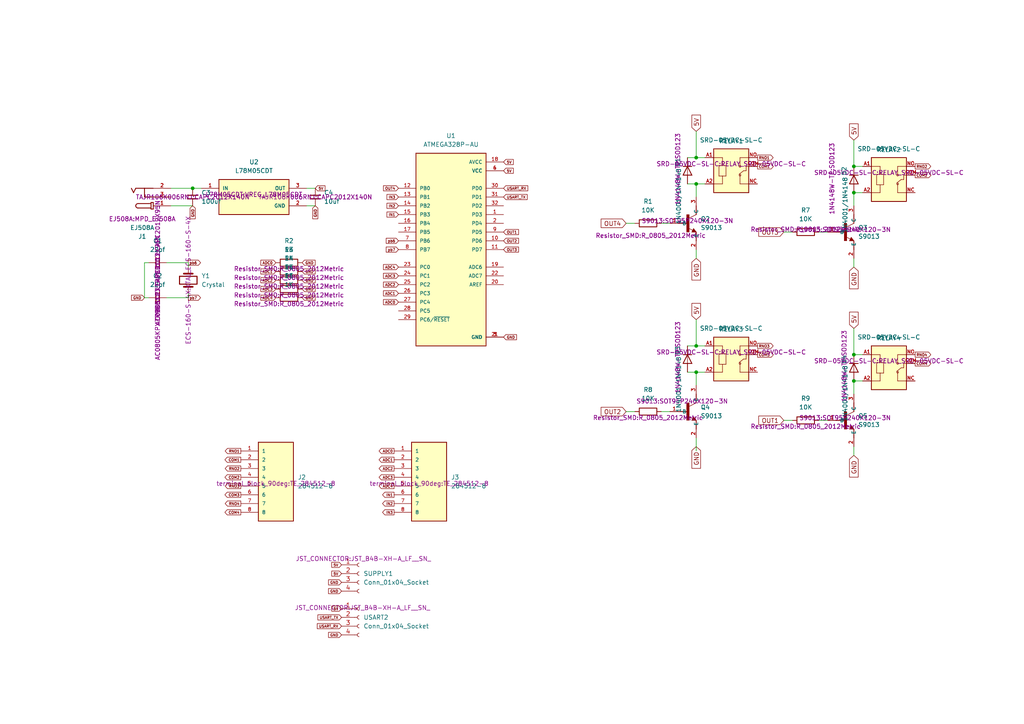
<source format=kicad_sch>
(kicad_sch (version 20250114) (generator "eeschema") (generator_version "9.0")
  (paper "A4")
  (lib_symbols
    (symbol "284512-8:284512-8" (pin_names (offset 1.016))
      (property "Reference" "J" (at -5.58 12.7 0))
      (property "Value" "284512-8" (at -5.08 -12.7 0))
      (symbol "284512-8_0_0"
        (rectangle (start -5.08 -10.16) (end 5.08 12.7) (stroke (width 0.254)) (fill (type background)))
        (pin passive line (at -10.16 10.16 0) (length 5.08) (name "1") (number "1"))
        (pin passive line (at -10.16 7.62 0) (length 5.08) (name "2") (number "2"))
        (pin passive line (at -10.16 5.08 0) (length 5.08) (name "3") (number "3"))
        (pin passive line (at -10.16 2.54 0) (length 5.08) (name "4") (number "4"))
        (pin passive line (at -10.16 0 0) (length 5.08) (name "5") (number "5"))
        (pin passive line (at -10.16 -2.54 0) (length 5.08) (name "6") (number "6"))
        (pin passive line (at -10.16 -5.08 0) (length 5.08) (name "7") (number "7"))
        (pin passive line (at -10.16 -7.62 0) (length 5.08) (name "8") (number "8"))
      )
    )
    (symbol "ATMEGA328P-AU:ATMEGA328P-AU" (pin_names (offset 1.016))
      (property "Reference" "U" (at -10.1755 29.2546 0))
      (property "Value" "ATMEGA328P-AU" (at -10.1669 -31.7714 0))
      (symbol "ATMEGA328P-AU_0_0"
        (rectangle (start -10.16 -27.94) (end 10.16 27.94) (stroke (width 0.254)) (fill (type background)))
        (pin bidirectional line (at -15.24 17.78 0) (length 5.08) (name "PB0") (number "12"))
        (pin bidirectional line (at -15.24 15.24 0) (length 5.08) (name "PB1") (number "13"))
        (pin bidirectional line (at -15.24 12.7 0) (length 5.08) (name "PB2") (number "14"))
        (pin bidirectional line (at -15.24 10.16 0) (length 5.08) (name "PB3") (number "15"))
        (pin bidirectional line (at -15.24 7.62 0) (length 5.08) (name "PB4") (number "16"))
        (pin bidirectional line (at -15.24 5.08 0) (length 5.08) (name "PB5") (number "17"))
        (pin bidirectional line (at -15.24 2.54 0) (length 5.08) (name "PB6") (number "7"))
        (pin bidirectional line (at -15.24 0 0) (length 5.08) (name "PB7") (number "8"))
        (pin bidirectional line (at -15.24 -5.08 0) (length 5.08) (name "PC0") (number "23"))
        (pin bidirectional line (at -15.24 -7.62 0) (length 5.08) (name "PC1") (number "24"))
        (pin bidirectional line (at -15.24 -10.16 0) (length 5.08) (name "PC2") (number "25"))
        (pin bidirectional line (at -15.24 -12.7 0) (length 5.08) (name "PC3") (number "26"))
        (pin bidirectional line (at -15.24 -15.24 0) (length 5.08) (name "PC4") (number "27"))
        (pin bidirectional line (at -15.24 -17.78 0) (length 5.08) (name "PC5") (number "28"))
        (pin bidirectional line (at -15.24 -20.32 0) (length 5.08) (name "PC6/~{RESET}") (number "29"))
        (pin power_in line (at 15.24 25.4 180) (length 5.08) (name "AVCC") (number "18"))
        (pin power_in line (at 15.24 22.86 180) (length 5.08) (name "VCC") (number "4"))
        (pin power_in line (at 15.24 22.86 180) (length 5.08) (name "VCC") (number "6"))
        (pin bidirectional line (at 15.24 17.78 180) (length 5.08) (name "PD0") (number "30"))
        (pin bidirectional line (at 15.24 15.24 180) (length 5.08) (name "PD1") (number "31"))
        (pin bidirectional line (at 15.24 12.7 180) (length 5.08) (name "PD2") (number "32"))
        (pin bidirectional line (at 15.24 10.16 180) (length 5.08) (name "PD3") (number "1"))
        (pin bidirectional line (at 15.24 7.62 180) (length 5.08) (name "PD4") (number "2"))
        (pin bidirectional line (at 15.24 5.08 180) (length 5.08) (name "PD5") (number "9"))
        (pin bidirectional line (at 15.24 2.54 180) (length 5.08) (name "PD6") (number "10"))
        (pin bidirectional line (at 15.24 0 180) (length 5.08) (name "PD7") (number "11"))
        (pin bidirectional line (at 15.24 -5.08 180) (length 5.08) (name "ADC6") (number "19"))
        (pin bidirectional line (at 15.24 -7.62 180) (length 5.08) (name "ADC7") (number "22"))
        (pin input line (at 15.24 -10.16 180) (length 5.08) (name "AREF") (number "20"))
        (pin power_in line (at 15.24 -25.4 180) (length 5.08) (name "GND") (number "21"))
        (pin power_in line (at 15.24 -25.4 180) (length 5.08) (name "GND") (number "3"))
        (pin power_in line (at 15.24 -25.4 180) (length 5.08) (name "GND") (number "5"))
      )
    )
    (symbol "Connector:Conn_01x04_Socket" (pin_names (offset 1.016) (hide yes))
      (property "Reference" "J" (at 0 5.08 0))
      (property "Value" "Conn_01x04_Socket" (at 0 -7.62 0))
      (symbol "Conn_01x04_Socket_1_1"
        (polyline (pts (xy -1.27 2.54) (xy -0.508 2.54)) (stroke (width 0.1524)))
        (polyline (pts (xy -1.27 0) (xy -0.508 0)) (stroke (width 0.1524)))
        (polyline (pts (xy -1.27 -2.54) (xy -0.508 -2.54)) (stroke (width 0.1524)))
        (polyline (pts (xy -1.27 -5.08) (xy -0.508 -5.08)) (stroke (width 0.1524)))
        (arc (start 0 2.032) (mid -0.5058 2.54) (end 0 3.048) (stroke (width 0.1524)))
        (arc (start 0 -0.508) (mid -0.5058 0) (end 0 0.508) (stroke (width 0.1524)))
        (arc (start 0 -3.048) (mid -0.5058 -2.54) (end 0 -2.032) (stroke (width 0.1524)))
        (arc (start 0 -5.588) (mid -0.5058 -5.08) (end 0 -4.572) (stroke (width 0.1524)))
        (pin passive line (at -5.08 2.54 0) (length 3.81) (name "Pin_1") (number "1"))
        (pin passive line (at -5.08 0 0) (length 3.81) (name "Pin_2") (number "2"))
        (pin passive line (at -5.08 -2.54 0) (length 3.81) (name "Pin_3") (number "3"))
        (pin passive line (at -5.08 -5.08 0) (length 3.81) (name "Pin_4") (number "4"))
      )
    )
    (symbol "Device:C_Small" (pin_numbers (hide yes)) (pin_names (offset 0.254) (hide yes))
      (property "Reference" "C" (at 0.254 1.778 0))
      (property "Value" "C_Small" (at 0.254 -2.032 0))
      (symbol "C_Small_0_1"
        (polyline (pts (xy -1.524 0.508) (xy 1.524 0.508)) (stroke (width 0.3048)))
        (polyline (pts (xy -1.524 -0.508) (xy 1.524 -0.508)) (stroke (width 0.3302)))
      )
      (symbol "C_Small_1_1"
        (pin passive line (at 0 2.54 270) (length 2.032) (name "~") (number "1"))
        (pin passive line (at 0 -2.54 90) (length 2.032) (name "~") (number "2"))
      )
    )
    (symbol "Device:Crystal" (pin_numbers (hide yes)) (pin_names (offset 1.016) (hide yes))
      (property "Reference" "Y" (at 0 3.81 0))
      (property "Value" "Crystal" (at 0 -3.81 0))
      (symbol "Crystal_0_1"
        (polyline (pts (xy -2.54 0) (xy -1.905 0)))
        (polyline (pts (xy -1.905 -1.27) (xy -1.905 1.27)) (stroke (width 0.508)))
        (rectangle (start -1.143 2.54) (end 1.143 -2.54) (stroke (width 0.3048)))
        (polyline (pts (xy 1.905 -1.27) (xy 1.905 1.27)) (stroke (width 0.508)))
        (polyline (pts (xy 2.54 0) (xy 1.905 0)))
      )
      (symbol "Crystal_1_1"
        (pin passive line (at -3.81 0 0) (length 1.27) (name "1") (number "1"))
        (pin passive line (at 3.81 0 180) (length 1.27) (name "2") (number "2"))
      )
    )
    (symbol "Device:R" (pin_numbers (hide yes)) (pin_names (offset 0))
      (property "Reference" "R" (at 2.032 0 90))
      (property "Value" "R" (at 0 0 90))
      (symbol "R_0_1"
        (rectangle (start -1.016 -2.54) (end 1.016 2.54) (stroke (width 0.254)))
      )
      (symbol "R_1_1"
        (pin passive line (at 0 3.81 270) (length 1.27) (name "~") (number "1"))
        (pin passive line (at 0 -3.81 90) (length 1.27) (name "~") (number "2"))
      )
    )
    (symbol "Diode:1N4001" (pin_numbers (hide yes)) (pin_names (hide yes))
      (property "Reference" "D" (at 0 2.54 0))
      (property "Value" "1N4001" (at 0 -2.54 0))
      (symbol "1N4001_0_1"
        (polyline (pts (xy -1.27 1.27) (xy -1.27 -1.27)) (stroke (width 0.254)))
        (polyline (pts (xy 1.27 1.27) (xy 1.27 -1.27) (xy -1.27 0) (xy 1.27 1.27)) (stroke (width 0.254)))
        (polyline (pts (xy 1.27 0) (xy -1.27 0)))
      )
      (symbol "1N4001_1_1"
        (pin passive line (at -3.81 0 0) (length 2.54) (name "K") (number "1"))
        (pin passive line (at 3.81 0 180) (length 2.54) (name "A") (number "2"))
      )
    )
    (symbol "EJ508A:EJ508A" (pin_names (offset 1.016))
      (property "Reference" "J" (at -5.08 5.08 0))
      (property "Value" "EJ508A" (at -5.08 -7.62 0))
      (symbol "EJ508A_0_0"
        (polyline (pts (xy -5.715 -1.27) (xy -6.35 -2.54)) (stroke (width 0.254)))
        (polyline (pts (xy -5.08 -2.54) (xy -5.715 -1.27)) (stroke (width 0.254)))
        (arc (start -5.08 2.54) (mid -4.894 2.989) (end -4.445 3.175) (stroke (width 0.254)))
        (arc (start -4.445 1.905) (mid -4.894 2.091) (end -5.08 2.54) (stroke (width 0.254)))
        (polyline (pts (xy -4.445 1.905) (xy -0.635 1.905)) (stroke (width 0.254)))
        (polyline (pts (xy -2.54 0) (xy -2.54 -2.54)) (stroke (width 0.254)))
        (polyline (pts (xy -2.54 -2.54) (xy -5.08 -2.54)) (stroke (width 0.254)))
        (polyline (pts (xy -0.635 3.4925) (xy 0 3.4925)) (stroke (width 0.254)))
        (polyline (pts (xy -0.635 3.175) (xy -4.445 3.175)) (stroke (width 0.254)))
        (polyline (pts (xy -0.635 3.175) (xy -0.635 3.4925)) (stroke (width 0.254)))
        (polyline (pts (xy -0.635 1.905) (xy -0.635 3.175)) (stroke (width 0.254)))
        (polyline (pts (xy -0.635 1.5875) (xy -0.635 1.905)) (stroke (width 0.254)))
        (polyline (pts (xy 0 3.4925) (xy 0 1.5875)) (stroke (width 0.254)))
        (polyline (pts (xy 0 1.5875) (xy -0.635 1.5875)) (stroke (width 0.254)))
        (polyline (pts (xy 0 0) (xy -2.54 0)) (stroke (width 0.254)))
        (polyline (pts (xy 0 -2.54) (xy -2.54 -2.54)) (stroke (width 0.254)))
        (pin passive line (at 5.08 2.54 180) (length 5.08) (name "~") (number "1"))
        (pin passive line (at 5.08 0 180) (length 5.08) (name "~") (number "3"))
        (pin passive line (at 5.08 -2.54 180) (length 5.08) (name "~") (number "2"))
      )
    )
    (symbol "L78M05CDT:L78M05CDT" (pin_names (offset 1.016))
      (property "Reference" "U" (at -10.16 6.35 0))
      (property "Value" "L78M05CDT" (at -10.16 -6.35 0))
      (symbol "L78M05CDT_0_0"
        (rectangle (start -10.16 -5.08) (end 10.16 5.08) (stroke (width 0.254)) (fill (type background)))
        (pin input line (at -15.24 2.54 0) (length 5.08) (name "IN") (number "1"))
        (pin output line (at 15.24 2.54 180) (length 5.08) (name "OUT") (number "3"))
        (pin power_in line (at 15.24 -2.54 180) (length 5.08) (name "GND") (number "2"))
      )
    )
    (symbol "S9013:S9013" (pin_names (offset 1.016))
      (property "Reference" "Q" (at 5.0809 0 0))
      (property "Value" "S9013" (at 5.0823 -2.5411 0))
      (symbol "S9013_0_0"
        (polyline (pts (xy -2.54 0) (xy 0 0)) (stroke (width 0.254)))
        (rectangle (start -0.2542 -2.5416) (end 0.508 2.54) (stroke (width 0.1)) (fill (type outline)))
        (polyline (pts (xy 1.27 -2.54) (xy 1.778 -1.524)) (stroke (width 0.1524)))
        (polyline (pts (xy 1.524 -2.286) (xy 1.905 -2.286)) (stroke (width 0.254)))
        (polyline (pts (xy 1.524 -2.413) (xy 2.286 -2.413)) (stroke (width 0.254)))
        (polyline (pts (xy 1.54 -2.04) (xy 0.308 -1.424)) (stroke (width 0.1524)))
        (polyline (pts (xy 1.778 -1.524) (xy 2.54 -2.54)) (stroke (width 0.1524)))
        (polyline (pts (xy 1.778 -1.778) (xy 1.524 -2.286)) (stroke (width 0.254)))
        (polyline (pts (xy 1.905 -2.286) (xy 1.778 -2.032)) (stroke (width 0.254)))
        (polyline (pts (xy 2.286 -2.413) (xy 1.778 -1.778)) (stroke (width 0.254)))
        (polyline (pts (xy 2.54 5.08) (xy 2.54 2.54)) (stroke (width 0.254)))
        (polyline (pts (xy 2.54 2.54) (xy 0.508 1.524)) (stroke (width 0.1524)))
        (polyline (pts (xy 2.54 -2.54) (xy 1.27 -2.54)) (stroke (width 0.1524)))
        (polyline (pts (xy 2.54 -2.54) (xy 2.54 -5.08)) (stroke (width 0.254)))
        (pin passive line (at -5.08 0 0) (length 2.54) (name "B") (number "1"))
        (pin passive line (at 2.54 7.62 270) (length 2.54) (name "C") (number "3"))
        (pin passive line (at 2.54 -7.62 90) (length 2.54) (name "E") (number "2"))
      )
    )
    (symbol "SRD-05VDC-SL-C:SRD-05VDC-SL-C" (pin_names (offset 1.016))
      (property "Reference" "K" (at -5.0809 5.843 0))
      (property "Value" "SRD-05VDC-SL-C" (at -5.0832 -10.1664 0))
      (symbol "SRD-05VDC-SL-C_0_0"
        (polyline (pts (xy -5.08 2.54) (xy -2.54 2.54)) (stroke (width 0.1524)))
        (rectangle (start -5.08 -7.62) (end 5.08 5.08) (stroke (width 0.254)) (fill (type background)))
        (polyline (pts (xy -3.556 0.254) (xy -3.556 -2.794)) (stroke (width 0.1524)))
        (polyline (pts (xy -3.556 -2.794) (xy -2.54 -2.794)) (stroke (width 0.1524)))
        (polyline (pts (xy -2.54 2.54) (xy -2.54 0.254)) (stroke (width 0.1524)))
        (polyline (pts (xy -2.54 0.254) (xy -3.556 0.254)) (stroke (width 0.1524)))
        (polyline (pts (xy -2.54 -2.794) (xy -2.54 -5.08)) (stroke (width 0.1524)))
        (polyline (pts (xy -2.54 -2.794) (xy -1.524 -2.794)) (stroke (width 0.1524)))
        (polyline (pts (xy -2.54 -5.08) (xy -5.08 -5.08)) (stroke (width 0.1524)))
        (polyline (pts (xy -1.524 0.254) (xy -2.54 0.254)) (stroke (width 0.1524)))
        (polyline (pts (xy -1.524 -2.794) (xy -1.524 0.254)) (stroke (width 0.1524)))
        (polyline (pts (xy 2.54 2.54) (xy 2.54 0)) (stroke (width 0.1524)))
        (circle (center 2.54 0) (radius 0.254) (stroke (width 0.1524)))
        (polyline (pts (xy 2.54 -2.54) (xy 2.54 -5.08)) (stroke (width 0.1524)))
        (circle (center 2.54 -2.54) (radius 0.254) (stroke (width 0.1524)))
        (polyline (pts (xy 2.54 -5.08) (xy 5.08 -5.08)) (stroke (width 0.1524)))
        (polyline (pts (xy 3.556 -1.27) (xy 2.286 -2.286)) (stroke (width 0.1524)))
        (polyline (pts (xy 3.556 -1.27) (xy 4.318 -1.27)) (stroke (width 0.1524)))
        (polyline (pts (xy 4.318 0) (xy 5.08 0)) (stroke (width 0.1524)))
        (polyline (pts (xy 4.318 -1.27) (xy 4.318 0)) (stroke (width 0.1524)))
        (polyline (pts (xy 5.08 2.54) (xy 2.54 2.54)) (stroke (width 0.1524)))
        (pin passive line (at -7.62 2.54 0) (length 2.54) (name "~") (number "A1"))
        (pin passive line (at -7.62 -5.08 0) (length 2.54) (name "~") (number "A2"))
        (pin passive line (at 7.62 2.54 180) (length 2.54) (name "~") (number "NO"))
        (pin passive line (at 7.62 0 180) (length 2.54) (name "~") (number "COM"))
        (pin passive line (at 7.62 -5.08 180) (length 2.54) (name "~") (number "NC"))
      )
    )
  )
  (junction (at 247.65 110.49))
  (junction (at 247.65 102.87))
  (junction (at 201.93 45.72))
  (junction (at 201.93 107.95))
  (junction (at 55.88 54.61))
  (junction (at 201.93 100.33))
  (junction (at 201.93 53.34))
  (junction (at 247.65 55.88))
  (junction (at 247.65 48.26))
  (wire (pts (xy 199.39 100.33) (xy 201.93 100.33)))
  (wire (pts (xy 41.91 76.2) (xy 41.91 86.36)))
  (wire (pts (xy 247.65 110.49) (xy 250.19 110.49)))
  (wire (pts (xy 201.93 45.72) (xy 204.47 45.72)))
  (wire (pts (xy 247.65 129.54) (xy 247.65 132.08)))
  (wire (pts (xy 91.44 59.69) (xy 88.9 59.69)))
  (wire (pts (xy 199.39 45.72) (xy 201.93 45.72)))
  (wire (pts (xy 201.93 127) (xy 201.93 130.81)))
  (wire (pts (xy 49.53 54.61) (xy 55.88 54.61)))
  (wire (pts (xy 191.77 64.77) (xy 194.31 64.77)))
  (wire (pts (xy 247.65 40.64) (xy 247.65 48.26)))
  (wire (pts (xy 181.61 64.77) (xy 184.15 64.77)))
  (wire (pts (xy 41.91 86.36) (xy 43.18 86.36)))
  (wire (pts (xy 91.44 54.61) (xy 88.9 54.61)))
  (wire (pts (xy 201.93 53.34) (xy 201.93 57.15)))
  (wire (pts (xy 247.65 110.49) (xy 247.65 114.3)))
  (wire (pts (xy 54.61 76.2) (xy 54.61 77.47)))
  (wire (pts (xy 199.39 53.34) (xy 201.93 53.34)))
  (wire (pts (xy 227.33 67.31) (xy 229.87 67.31)))
  (wire (pts (xy 247.65 48.26) (xy 250.19 48.26)))
  (wire (pts (xy 48.26 86.36) (xy 54.61 86.36)))
  (wire (pts (xy 55.88 54.61) (xy 58.42 54.61)))
  (wire (pts (xy 43.18 76.2) (xy 41.91 76.2)))
  (wire (pts (xy 194.31 119.38) (xy 191.77 119.38)))
  (wire (pts (xy 247.65 55.88) (xy 247.65 59.69)))
  (wire (pts (xy 201.93 53.34) (xy 204.47 53.34)))
  (wire (pts (xy 48.26 76.2) (xy 54.61 76.2)))
  (wire (pts (xy 201.93 92.71) (xy 201.93 100.33)))
  (wire (pts (xy 201.93 107.95) (xy 201.93 111.76)))
  (wire (pts (xy 201.93 107.95) (xy 204.47 107.95)))
  (wire (pts (xy 201.93 38.1) (xy 201.93 45.72)))
  (wire (pts (xy 227.33 121.92) (xy 229.87 121.92)))
  (wire (pts (xy 247.65 55.88) (xy 250.19 55.88)))
  (wire (pts (xy 247.65 95.25) (xy 247.65 102.87)))
  (wire (pts (xy 49.53 59.69) (xy 55.88 59.69)))
  (wire (pts (xy 201.93 100.33) (xy 204.47 100.33)))
  (wire (pts (xy 54.61 86.36) (xy 54.61 85.09)))
  (wire (pts (xy 237.49 121.92) (xy 240.03 121.92)))
  (wire (pts (xy 237.49 67.31) (xy 240.03 67.31)))
  (wire (pts (xy 247.65 74.93) (xy 247.65 77.47)))
  (wire (pts (xy 247.65 102.87) (xy 250.19 102.87)))
  (wire (pts (xy 201.93 72.39) (xy 201.93 74.93)))
  (wire (pts (xy 181.61 119.38) (xy 184.15 119.38)))
  (wire (pts (xy 199.39 107.95) (xy 201.93 107.95)))
  (global_label "RNO4" (shape output) (at 265.43 102.87 0) (effects (font (size 0.762 0.762))) (property "Intersheetrefs" "${INTERSHEET_REFS}" (effects (hide yes))))
  (global_label "GND" (shape input) (at 87.63 81.28 0) (effects (font (size 0.762 0.762))) (property "Intersheetrefs" "${INTERSHEET_REFS}" (effects (hide yes))))
  (global_label "5V" (shape input) (at 99.06 176.53 180) (effects (font (size 0.762 0.762))) (property "Intersheetrefs" "${INTERSHEET_REFS}" (effects (hide yes))))
  (global_label "5V" (shape input) (at 247.65 95.25 90) (property "Intersheetrefs" "${INTERSHEET_REFS}" (effects (hide yes))))
  (global_label "ADC0" (shape input) (at 115.57 87.63 180) (effects (font (size 0.762 0.762))) (property "Intersheetrefs" "${INTERSHEET_REFS}" (effects (hide yes))))
  (global_label "ADC2" (shape output) (at 114.3 135.89 180) (effects (font (size 0.762 0.762))) (property "Intersheetrefs" "${INTERSHEET_REFS}" (effects (hide yes))))
  (global_label "OUT3" (shape input) (at 146.05 72.39 0) (effects (font (size 0.762 0.762))) (property "Intersheetrefs" "${INTERSHEET_REFS}" (effects (hide yes))))
  (global_label "5V" (shape input) (at 99.06 166.37 180) (effects (font (size 0.762 0.762))) (property "Intersheetrefs" "${INTERSHEET_REFS}" (effects (hide yes))))
  (global_label "RNO3" (shape output) (at 69.85 140.97 180) (effects (font (size 0.762 0.762))) (property "Intersheetrefs" "${INTERSHEET_REFS}" (effects (hide yes))))
  (global_label "OUT1" (shape input) (at 227.33 121.92 180) (property "Intersheetrefs" "${INTERSHEET_REFS}" (effects (hide yes))))
  (global_label "GND" (shape input) (at 87.63 83.82 0) (effects (font (size 0.762 0.762))) (property "Intersheetrefs" "${INTERSHEET_REFS}" (effects (hide yes))))
  (global_label "IN3" (shape input) (at 115.57 57.15 180) (effects (font (size 0.762 0.762))) (property "Intersheetrefs" "${INTERSHEET_REFS}" (effects (hide yes))))
  (global_label "ADC1" (shape output) (at 114.3 133.35 180) (effects (font (size 0.762 0.762))) (property "Intersheetrefs" "${INTERSHEET_REFS}" (effects (hide yes))))
  (global_label "OUT1" (shape input) (at 146.05 67.31 0) (effects (font (size 0.762 0.762))) (property "Intersheetrefs" "${INTERSHEET_REFS}" (effects (hide yes))))
  (global_label "COM3" (shape output) (at 69.85 143.51 180) (effects (font (size 0.762 0.762))) (property "Intersheetrefs" "${INTERSHEET_REFS}" (effects (hide yes))))
  (global_label "ADC1" (shape input) (at 80.01 78.74 180) (effects (font (size 0.762 0.762))) (property "Intersheetrefs" "${INTERSHEET_REFS}" (effects (hide yes))))
  (global_label "GND" (shape input) (at 99.06 171.45 180) (effects (font (size 0.762 0.762))) (property "Intersheetrefs" "${INTERSHEET_REFS}" (effects (hide yes))))
  (global_label "ADC4" (shape input) (at 115.57 77.47 180) (effects (font (size 0.762 0.762))) (property "Intersheetrefs" "${INTERSHEET_REFS}" (effects (hide yes))))
  (global_label "OUT4" (shape input) (at 115.57 54.61 180) (effects (font (size 0.762 0.762))) (property "Intersheetrefs" "${INTERSHEET_REFS}" (effects (hide yes))))
  (global_label "ADC2" (shape input) (at 80.01 81.28 180) (effects (font (size 0.762 0.762))) (property "Intersheetrefs" "${INTERSHEET_REFS}" (effects (hide yes))))
  (global_label "GND" (shape input) (at 87.63 78.74 0) (effects (font (size 0.762 0.762))) (property "Intersheetrefs" "${INTERSHEET_REFS}" (effects (hide yes))))
  (global_label "ADC0" (shape input) (at 80.01 76.2 180) (effects (font (size 0.762 0.762))) (property "Intersheetrefs" "${INTERSHEET_REFS}" (effects (hide yes))))
  (global_label "COM2" (shape output) (at 265.43 50.8 0) (effects (font (size 0.762 0.762))) (property "Intersheetrefs" "${INTERSHEET_REFS}" (effects (hide yes))))
  (global_label "COM4" (shape output) (at 69.85 148.59 180) (effects (font (size 0.762 0.762))) (property "Intersheetrefs" "${INTERSHEET_REFS}" (effects (hide yes))))
  (global_label "USART_RX" (shape input) (at 99.06 181.61 180) (effects (font (size 0.762 0.762))) (property "Intersheetrefs" "${INTERSHEET_REFS}" (effects (hide yes))))
  (global_label "IN1" (shape output) (at 114.3 143.51 180) (effects (font (size 0.762 0.762))) (property "Intersheetrefs" "${INTERSHEET_REFS}" (effects (hide yes))))
  (global_label "IN1" (shape input) (at 115.57 62.23 180) (effects (font (size 0.762 0.762))) (property "Intersheetrefs" "${INTERSHEET_REFS}" (effects (hide yes))))
  (global_label "5V" (shape input) (at 201.93 92.71 90) (property "Intersheetrefs" "${INTERSHEET_REFS}" (effects (hide yes))))
  (global_label "RNO2" (shape output) (at 69.85 135.89 180) (effects (font (size 0.762 0.762))) (property "Intersheetrefs" "${INTERSHEET_REFS}" (effects (hide yes))))
  (global_label "GND" (shape input) (at 146.05 97.79 0) (effects (font (size 0.762 0.762))) (property "Intersheetrefs" "${INTERSHEET_REFS}" (effects (hide yes))))
  (global_label "RNO1" (shape output) (at 69.85 130.81 180) (effects (font (size 0.762 0.762))) (property "Intersheetrefs" "${INTERSHEET_REFS}" (effects (hide yes))))
  (global_label "COM3" (shape output) (at 219.71 102.87 0) (effects (font (size 0.762 0.762))) (property "Intersheetrefs" "${INTERSHEET_REFS}" (effects (hide yes))))
  (global_label "USART_TX" (shape input) (at 99.06 179.07 180) (effects (font (size 0.762 0.762))) (property "Intersheetrefs" "${INTERSHEET_REFS}" (effects (hide yes))))
  (global_label "COM4" (shape output) (at 265.43 105.41 0) (effects (font (size 0.762 0.762))) (property "Intersheetrefs" "${INTERSHEET_REFS}" (effects (hide yes))))
  (global_label "COM1" (shape output) (at 219.71 48.26 0) (effects (font (size 0.762 0.762))) (property "Intersheetrefs" "${INTERSHEET_REFS}" (effects (hide yes))))
  (global_label "GND" (shape input) (at 201.93 129.54 270) (property "Intersheetrefs" "${INTERSHEET_REFS}" (effects (hide yes))))
  (global_label "IN2" (shape output) (at 114.3 146.05 180) (effects (font (size 0.762 0.762))) (property "Intersheetrefs" "${INTERSHEET_REFS}" (effects (hide yes))))
  (global_label "ADC2" (shape input) (at 115.57 82.55 180) (effects (font (size 0.762 0.762))) (property "Intersheetrefs" "${INTERSHEET_REFS}" (effects (hide yes))))
  (global_label "GND" (shape input) (at 201.93 74.93 270) (property "Intersheetrefs" "${INTERSHEET_REFS}" (effects (hide yes))))
  (global_label "GND" (shape input) (at 99.06 184.15 180) (effects (font (size 0.762 0.762))) (property "Intersheetrefs" "${INTERSHEET_REFS}" (effects (hide yes))))
  (global_label "GND" (shape input) (at 99.06 168.91 180) (effects (font (size 0.762 0.762))) (property "Intersheetrefs" "${INTERSHEET_REFS}" (effects (hide yes))))
  (global_label "OUT4" (shape input) (at 181.61 64.77 180) (property "Intersheetrefs" "${INTERSHEET_REFS}" (effects (hide yes))))
  (global_label "GND" (shape input) (at 91.44 59.69 270) (effects (font (size 0.762 0.762))) (property "Intersheetrefs" "${INTERSHEET_REFS}" (effects (hide yes))))
  (global_label "ADC3" (shape input) (at 80.01 83.82 180) (effects (font (size 0.762 0.762))) (property "Intersheetrefs" "${INTERSHEET_REFS}" (effects (hide yes))))
  (global_label "5V" (shape input) (at 201.93 38.1 90) (property "Intersheetrefs" "${INTERSHEET_REFS}" (effects (hide yes))))
  (global_label "5V" (shape input) (at 146.05 46.99 0) (effects (font (size 0.762 0.762))) (property "Intersheetrefs" "${INTERSHEET_REFS}" (effects (hide yes))))
  (global_label "IN2" (shape input) (at 115.57 59.69 180) (effects (font (size 0.762 0.762))) (property "Intersheetrefs" "${INTERSHEET_REFS}" (effects (hide yes))))
  (global_label "RNO3" (shape output) (at 219.71 100.33 0) (effects (font (size 0.762 0.762))) (property "Intersheetrefs" "${INTERSHEET_REFS}" (effects (hide yes))))
  (global_label "pb7" (shape input) (at 115.57 72.39 180) (effects (font (size 0.762 0.762))) (property "Intersheetrefs" "${INTERSHEET_REFS}" (effects (hide yes))))
  (global_label "5V" (shape input) (at 146.05 49.53 0) (effects (font (size 0.762 0.762))) (property "Intersheetrefs" "${INTERSHEET_REFS}" (effects (hide yes))))
  (global_label "OUT2" (shape input) (at 181.61 119.38 180) (property "Intersheetrefs" "${INTERSHEET_REFS}" (effects (hide yes))))
  (global_label "5V" (shape input) (at 99.06 163.83 180) (effects (font (size 0.762 0.762))) (property "Intersheetrefs" "${INTERSHEET_REFS}" (effects (hide yes))))
  (global_label "GND" (shape input) (at 87.63 86.36 0) (effects (font (size 0.762 0.762))) (property "Intersheetrefs" "${INTERSHEET_REFS}" (effects (hide yes))))
  (global_label "ADC0" (shape output) (at 114.3 130.81 180) (effects (font (size 0.762 0.762))) (property "Intersheetrefs" "${INTERSHEET_REFS}" (effects (hide yes))))
  (global_label "pb6" (shape input) (at 115.57 69.85 180) (effects (font (size 0.762 0.762))) (property "Intersheetrefs" "${INTERSHEET_REFS}" (effects (hide yes))))
  (global_label "OUT3" (shape input) (at 227.33 67.31 180) (property "Intersheetrefs" "${INTERSHEET_REFS}" (effects (hide yes))))
  (global_label "GND" (shape input) (at 87.63 76.2 0) (effects (font (size 0.762 0.762))) (property "Intersheetrefs" "${INTERSHEET_REFS}" (effects (hide yes))))
  (global_label "USART_TX" (shape input) (at 146.05 57.15 0) (effects (font (size 0.762 0.762))) (property "Intersheetrefs" "${INTERSHEET_REFS}" (effects (hide yes))))
  (global_label "RNO4" (shape output) (at 69.85 146.05 180) (effects (font (size 0.762 0.762))) (property "Intersheetrefs" "${INTERSHEET_REFS}" (effects (hide yes))))
  (global_label "ADC4" (shape output) (at 114.3 140.97 180) (effects (font (size 0.762 0.762))) (property "Intersheetrefs" "${INTERSHEET_REFS}" (effects (hide yes))))
  (global_label "pb6" (shape output) (at 54.61 76.2 0) (effects (font (size 0.762 0.762))) (property "Intersheetrefs" "${INTERSHEET_REFS}" (effects (hide yes))))
  (global_label "5V" (shape input) (at 247.65 40.64 90) (property "Intersheetrefs" "${INTERSHEET_REFS}" (effects (hide yes))))
  (global_label "IN3" (shape output) (at 114.3 148.59 180) (effects (font (size 0.762 0.762))) (property "Intersheetrefs" "${INTERSHEET_REFS}" (effects (hide yes))))
  (global_label "GND" (shape input) (at 41.91 86.36 180) (effects (font (size 0.762 0.762))) (property "Intersheetrefs" "${INTERSHEET_REFS}" (effects (hide yes))))
  (global_label "GND" (shape input) (at 247.65 77.47 270) (property "Intersheetrefs" "${INTERSHEET_REFS}" (effects (hide yes))))
  (global_label "5V" (shape input) (at 91.44 54.61 0) (effects (font (size 0.762 0.762))) (property "Intersheetrefs" "${INTERSHEET_REFS}" (effects (hide yes))))
  (global_label "OUT2" (shape input) (at 146.05 69.85 0) (effects (font (size 0.762 0.762))) (property "Intersheetrefs" "${INTERSHEET_REFS}" (effects (hide yes))))
  (global_label "ADC3" (shape input) (at 115.57 80.01 180) (effects (font (size 0.762 0.762))) (property "Intersheetrefs" "${INTERSHEET_REFS}" (effects (hide yes))))
  (global_label "USART_RX" (shape input) (at 146.05 54.61 0) (effects (font (size 0.762 0.762))) (property "Intersheetrefs" "${INTERSHEET_REFS}" (effects (hide yes))))
  (global_label "COM1" (shape output) (at 69.85 133.35 180) (effects (font (size 0.762 0.762))) (property "Intersheetrefs" "${INTERSHEET_REFS}" (effects (hide yes))))
  (global_label "ADC3" (shape output) (at 114.3 138.43 180) (effects (font (size 0.762 0.762))) (property "Intersheetrefs" "${INTERSHEET_REFS}" (effects (hide yes))))
  (global_label "ADC4" (shape input) (at 80.01 86.36 180) (effects (font (size 0.762 0.762))) (property "Intersheetrefs" "${INTERSHEET_REFS}" (effects (hide yes))))
  (global_label "COM2" (shape output) (at 69.85 138.43 180) (effects (font (size 0.762 0.762))) (property "Intersheetrefs" "${INTERSHEET_REFS}" (effects (hide yes))))
  (global_label "pb7" (shape output) (at 54.61 86.36 0) (effects (font (size 0.762 0.762))) (property "Intersheetrefs" "${INTERSHEET_REFS}" (effects (hide yes))))
  (global_label "GND" (shape input) (at 55.88 59.69 270) (effects (font (size 0.762 0.762))) (property "Intersheetrefs" "${INTERSHEET_REFS}" (effects (hide yes))))
  (global_label "RNO2" (shape output) (at 265.43 48.26 0) (effects (font (size 0.762 0.762))) (property "Intersheetrefs" "${INTERSHEET_REFS}" (effects (hide yes))))
  (global_label "ADC1" (shape input) (at 115.57 85.09 180) (effects (font (size 0.762 0.762))) (property "Intersheetrefs" "${INTERSHEET_REFS}" (effects (hide yes))))
  (global_label "GND" (shape input) (at 247.65 132.08 270) (property "Intersheetrefs" "${INTERSHEET_REFS}" (effects (hide yes))))
  (global_label "RNO1" (shape output) (at 219.71 45.72 0) (effects (font (size 0.762 0.762))) (property "Intersheetrefs" "${INTERSHEET_REFS}" (effects (hide yes))))
  (symbol (lib_id "Device:R") (at 83.82 86.36 90) (unit 1)
    (property "Reference" "R6" (at 83.82 80.01 90))
    (property "Value" "1K" (at 83.82 82.55 90))
    (property "Footprint" "Resistor_SMD:R_0805_2012Metric" (at 83.82 88.138 90))
    (property "Description" "Resistor" (effects (hide yes)))
  )
  (symbol (lib_id "Device:C_Small") (at 91.44 57.15 0) (unit 1)
    (property "Reference" "C4" (at 93.98 55.8862 0) (effects (justify left)))
    (property "Value" "10uf" (at 93.98 58.4262 0) (effects (justify left)))
    (property "Footprint" "TAJR106K006RNJ:CAPC2012X140N" (at 91.44 57.15 0))
    (property "Description" "Unpolarized capacitor, small symbol" (effects (hide yes)))
  )
  (symbol (lib_id "Device:R") (at 83.82 83.82 90) (unit 1)
    (property "Reference" "R5" (at 83.82 77.47 90))
    (property "Value" "1K" (at 83.82 80.01 90))
    (property "Footprint" "Resistor_SMD:R_0805_2012Metric" (at 83.82 85.598 90))
    (property "Description" "Resistor" (effects (hide yes)))
  )
  (symbol (lib_id "L78M05CDT:L78M05CDT") (at 73.66 57.15 0) (unit 1)
    (property "Reference" "U2" (at 73.66 46.99 0))
    (property "Value" "L78M05CDT" (at 73.66 49.53 0))
    (property "Footprint" "L78M05CDT:VREG_L78M05CDT" (at 73.66 57.15 0) (effects (justify bottom)))
    (property "MF" "STMicroelectronics" (effects (hide yes)))
    (property "MAXIMUM_PACKAGE_HEIGHT" "2.4 mm" (effects (hide yes)))
    (property "Package" "TO-252-3 STMicroelectronics" (effects (hide yes)))
    (property "Price" "None" (effects (hide yes)))
    (property "Check_prices" "https://www.snapeda.com/parts/L78M05CDT/STMicroelectronics/view-part/?ref=eda" (effects (hide yes)))
    (property "STANDARD" "Manufacturer Recommendations" (effects (hide yes)))
    (property "PARTREV" "24" (effects (hide yes)))
    (property "SnapEDA_Link" "https://www.snapeda.com/parts/L78M05CDT/STMicroelectronics/view-part/?ref=snap" (effects (hide yes)))
    (property "MP" "L78M05CDT" (effects (hide yes)))
    (property "Description_1" "7805 based precision 5V fixed regulator with output current of up to 500mA and wide temperature operating range of 0°C to 150°C." (effects (hide yes)))
    (property "Availability" "In Stock" (effects (hide yes)))
    (property "MANUFACTURER" "STMicroelectronics" (effects (hide yes)))
  )
  (symbol (lib_id "SRD-05VDC-SL-C:SRD-05VDC-SL-C") (at 257.81 50.8 0) (unit 1)
    (property "Reference" "RELAY2" (at 257.81 43.434 0))
    (property "Value" "SRD-05VDC-SL-C" (at 257.81 43.18 0))
    (property "Footprint" "SRD-05VDC-SL-C:RELAY_SRD-05VDC-SL-C" (at 257.81 50.8 0) (effects (justify bottom)))
    (property "MF" "Songle Relay" (effects (hide yes)))
    (property "Description_1" "\n                        \n                            5V Trigger Relay Module For Arduino And Raspberry Pi 5V Trigger Relay Module For Arduino And Raspberry Pi\n                        \n" (effects (hide yes)))
    (property "Package" "NON STANDARD-5 Songle Relay" (effects (hide yes)))
    (property "Price" "None" (effects (hide yes)))
    (property "Check_prices" "https://www.snapeda.com/parts/SRD-05VDC-SL-C/Songle+Relay/view-part/?ref=eda" (effects (hide yes)))
    (property "STANDARD" "IPC-7251" (effects (hide yes)))
    (property "SnapEDA_Link" "https://www.snapeda.com/parts/SRD-05VDC-SL-C/Songle+Relay/view-part/?ref=snap" (effects (hide yes)))
    (property "MP" "SRD-05VDC-SL-C" (effects (hide yes)))
    (property "Availability" "In Stock" (effects (hide yes)))
    (property "MANUFACTURER" "SONGLE RELAY" (effects (hide yes)))
  )
  (symbol (lib_id "Device:R") (at 187.96 64.77 90) (unit 1)
    (property "Reference" "R1" (at 187.96 58.42 90))
    (property "Value" "10K" (at 187.96 60.96 90))
    (property "Footprint" "Resistor_SMD:R_0805_2012Metric" (at 188.722 68.326 90))
    (property "Description" "Resistor" (effects (hide yes)))
  )
  (symbol (lib_id "SRD-05VDC-SL-C:SRD-05VDC-SL-C") (at 212.09 102.87 0) (unit 1)
    (property "Reference" "RELAY3" (at 212.09 95.504 0))
    (property "Value" "SRD-05VDC-SL-C" (at 212.09 95.25 0))
    (property "Footprint" "SRD-05VDC-SL-C:RELAY_SRD-05VDC-SL-C" (at 212.09 102.87 0) (effects (justify bottom)))
    (property "MF" "Songle Relay" (effects (hide yes)))
    (property "Description_1" "\n                        \n                            5V Trigger Relay Module For Arduino And Raspberry Pi 5V Trigger Relay Module For Arduino And Raspberry Pi\n                        \n" (effects (hide yes)))
    (property "Package" "NON STANDARD-5 Songle Relay" (effects (hide yes)))
    (property "Price" "None" (effects (hide yes)))
    (property "Check_prices" "https://www.snapeda.com/parts/SRD-05VDC-SL-C/Songle+Relay/view-part/?ref=eda" (effects (hide yes)))
    (property "STANDARD" "IPC-7251" (effects (hide yes)))
    (property "SnapEDA_Link" "https://www.snapeda.com/parts/SRD-05VDC-SL-C/Songle+Relay/view-part/?ref=snap" (effects (hide yes)))
    (property "MP" "SRD-05VDC-SL-C" (effects (hide yes)))
    (property "Availability" "In Stock" (effects (hide yes)))
    (property "MANUFACTURER" "SONGLE RELAY" (effects (hide yes)))
  )
  (symbol (lib_id "S9013:S9013") (at 245.11 67.31 0) (unit 1)
    (property "Reference" "Q3" (at 248.92 66.0399 0) (effects (justify left)))
    (property "Value" "S9013" (at 248.92 68.5799 0) (effects (justify left)))
    (property "Footprint" "S9013:SOT95P240X120-3N" (at 245.11 67.31 0) (effects (justify bottom)))
    (property "MF" "MDD" (effects (hide yes)))
    (property "Description_1" "Bipolar (BJT) Transistor NPN 25 V 500 mA 150MHz 300 mW Surface Mount SOT-23" (effects (hide yes)))
    (property "Package" "None" (effects (hide yes)))
    (property "Price" "None" (effects (hide yes)))
    (property "Check_prices" "https://www.snapeda.com/parts/S9013/MDD/view-part/?ref=eda" (effects (hide yes)))
    (property "SnapEDA_Link" "https://www.snapeda.com/parts/S9013/MDD/view-part/?ref=snap" (effects (hide yes)))
    (property "MP" "S9013" (effects (hide yes)))
    (property "Availability" "In Stock" (effects (hide yes)))
    (property "MANUFACTURER" "JCET" (effects (hide yes)))
  )
  (symbol (lib_id "EJ508A:EJ508A") (at 44.45 57.15 0) (mirror x) (unit 1)
    (property "Reference" "J1" (at 41.275 68.58 0))
    (property "Value" "EJ508A" (at 41.275 66.04 0))
    (property "Footprint" "EJ508A:MPD_EJ508A" (at 41.275 63.5 0))
    (property "MF" "MPD" (effects (hide yes)))
    (property "MAXIMUM_PACKAGE_HEIGHT" "10.85 mm" (effects (hide yes)))
    (property "Package" "None" (effects (hide yes)))
    (property "Price" "None" (effects (hide yes)))
    (property "Check_prices" "https://www.snapeda.com/parts/EJ508A/MPD/view-part/?ref=eda" (effects (hide yes)))
    (property "STANDARD" "Manufacturer Recommendations" (effects (hide yes)))
    (property "PARTREV" "J" (effects (hide yes)))
    (property "SnapEDA_Link" "https://www.snapeda.com/parts/EJ508A/MPD/view-part/?ref=snap" (effects (hide yes)))
    (property "MP" "EJ508A" (effects (hide yes)))
    (property "Description_1" "Power Barrel Connector Jack 2.10mm ID (0.083), 5.50mm OD (0.217) Through Hole, Right Angle" (effects (hide yes)))
    (property "Availability" "In Stock" (effects (hide yes)))
    (property "MANUFACTURER" "MPD" (effects (hide yes)))
  )
  (symbol (lib_id "Device:Crystal") (at 54.61 81.28 90) (unit 1)
    (property "Reference" "Y1" (at 58.42 80.0099 90) (effects (justify right)))
    (property "Value" "Crystal" (at 58.42 82.5499 90) (effects (justify right)))
    (property "Footprint" "ECS-160-S-4X:XTAL_ECS-160-S-4X" (at 54.61 81.28 0))
    (property "Description" "Two pin crystal" (effects (hide yes)))
  )
  (symbol (lib_id "Connector:Conn_01x04_Socket") (at 104.14 166.37 0) (unit 1)
    (property "Reference" "SUPPLY1" (at 105.41 166.3699 0) (effects (justify left)))
    (property "Value" "Conn_01x04_Socket" (at 105.41 168.9099 0) (effects (justify left)))
    (property "Footprint" "JST_CONNECTOR:JST_B4B-XH-A_LF__SN_" (at 105.41 162.052 0))
    (property "Description" "Generic connector, single row, 01x04, script generated" (effects (hide yes)))
  )
  (symbol (lib_id "ATMEGA328P-AU:ATMEGA328P-AU") (at 130.81 72.39 0) (unit 1)
    (property "Reference" "U1" (at 130.81 39.37 0))
    (property "Value" "ATMEGA328P-AU" (at 130.81 41.91 0))
    (property "Footprint" "ATMEGA328P-AU:QFP80P900X900X120-32N" (effects (hide yes)))
    (property "MF" "Microchip" (effects (hide yes)))
    (property "MAXIMUM_PACKAGE_HEIGHT" "1.20mm" (effects (hide yes)))
    (property "Package" "TQFP-32 Microchip" (effects (hide yes)))
    (property "Price" "None" (effects (hide yes)))
    (property "Check_prices" "https://www.snapeda.com/parts/ATMEGA328P-AU/Microchip/view-part/?ref=eda" (effects (hide yes)))
    (property "STANDARD" "IPC-7351B" (effects (hide yes)))
    (property "PARTREV" "8271A" (effects (hide yes)))
    (property "SnapEDA_Link" "https://www.snapeda.com/parts/ATMEGA328P-AU/Microchip/view-part/?ref=snap" (effects (hide yes)))
    (property "MP" "ATMEGA328P-AU" (effects (hide yes)))
    (property "Description_1" "AVR AVR® ATmega Microcontroller IC 8-Bit 20MHz 32KB (16K x 16) FLASH 32-TQFP (7x7)" (effects (hide yes)))
    (property "Availability" "In Stock" (effects (hide yes)))
    (property "MANUFACTURER" "Microchip" (effects (hide yes)))
  )
  (symbol (lib_id "Device:R") (at 187.96 119.38 90) (unit 1)
    (property "Reference" "R8" (at 187.96 113.03 90))
    (property "Value" "10K" (at 187.96 115.57 90))
    (property "Footprint" "Resistor_SMD:R_0805_2012Metric" (at 187.96 121.158 90))
    (property "Description" "Resistor" (effects (hide yes)))
  )
  (symbol (lib_id "Device:C_Small") (at 55.88 57.15 0) (unit 1)
    (property "Reference" "C3" (at 58.42 55.8862 0) (effects (justify left)))
    (property "Value" "100uf" (at 58.42 58.4262 0) (effects (justify left)))
    (property "Footprint" "TAJR106K006RNJ:CAPC2012X140N" (at 55.88 57.15 0))
    (property "Description" "Unpolarized capacitor, small symbol" (effects (hide yes)))
  )
  (symbol (lib_id "Connector:Conn_01x04_Socket") (at 104.14 179.07 0) (unit 1)
    (property "Reference" "USART2" (at 105.41 179.0699 0) (effects (justify left)))
    (property "Value" "Conn_01x04_Socket" (at 105.41 181.6099 0) (effects (justify left)))
    (property "Footprint" "JST_CONNECTOR:JST_B4B-XH-A_LF__SN_" (at 105.156 176.276 0))
    (property "Description" "Generic connector, single row, 01x04, script generated" (effects (hide yes)))
  )
  (symbol (lib_id "Device:C_Small") (at 45.72 86.36 90) (unit 1)
    (property "Reference" "C2" (at 45.7263 80.01 90))
    (property "Value" "22pf" (at 45.7263 82.55 90))
    (property "Footprint" "AC0805KPX7R9BB103:CAPC2012X95N" (at 45.72 86.36 0))
    (property "Description" "Unpolarized capacitor, small symbol" (effects (hide yes)))
  )
  (symbol (lib_id "SRD-05VDC-SL-C:SRD-05VDC-SL-C") (at 257.81 105.41 0) (unit 1)
    (property "Reference" "RELAY4" (at 257.81 98.044 0))
    (property "Value" "SRD-05VDC-SL-C" (at 257.81 97.79 0))
    (property "Footprint" "SRD-05VDC-SL-C:RELAY_SRD-05VDC-SL-C" (at 257.81 105.41 0) (effects (justify bottom)))
    (property "MF" "Songle Relay" (effects (hide yes)))
    (property "Description_1" "\n                        \n                            5V Trigger Relay Module For Arduino And Raspberry Pi 5V Trigger Relay Module For Arduino And Raspberry Pi\n                        \n" (effects (hide yes)))
    (property "Package" "NON STANDARD-5 Songle Relay" (effects (hide yes)))
    (property "Price" "None" (effects (hide yes)))
    (property "Check_prices" "https://www.snapeda.com/parts/SRD-05VDC-SL-C/Songle+Relay/view-part/?ref=eda" (effects (hide yes)))
    (property "STANDARD" "IPC-7251" (effects (hide yes)))
    (property "SnapEDA_Link" "https://www.snapeda.com/parts/SRD-05VDC-SL-C/Songle+Relay/view-part/?ref=snap" (effects (hide yes)))
    (property "MP" "SRD-05VDC-SL-C" (effects (hide yes)))
    (property "Availability" "In Stock" (effects (hide yes)))
    (property "MANUFACTURER" "SONGLE RELAY" (effects (hide yes)))
  )
  (symbol (lib_id "S9013:S9013") (at 245.11 121.92 0) (unit 1)
    (property "Reference" "Q5" (at 248.92 120.6499 0) (effects (justify left)))
    (property "Value" "S9013" (at 248.92 123.1899 0) (effects (justify left)))
    (property "Footprint" "S9013:SOT95P240X120-3N" (at 245.11 121.92 0) (effects (justify bottom)))
    (property "MF" "MDD" (effects (hide yes)))
    (property "Description_1" "Bipolar (BJT) Transistor NPN 25 V 500 mA 150MHz 300 mW Surface Mount SOT-23" (effects (hide yes)))
    (property "Package" "None" (effects (hide yes)))
    (property "Price" "None" (effects (hide yes)))
    (property "Check_prices" "https://www.snapeda.com/parts/S9013/MDD/view-part/?ref=eda" (effects (hide yes)))
    (property "SnapEDA_Link" "https://www.snapeda.com/parts/S9013/MDD/view-part/?ref=snap" (effects (hide yes)))
    (property "MP" "S9013" (effects (hide yes)))
    (property "Availability" "In Stock" (effects (hide yes)))
    (property "MANUFACTURER" "JCET" (effects (hide yes)))
  )
  (symbol (lib_id "284512-8:284512-8") (at 124.46 140.97 0) (unit 1)
    (property "Reference" "J3" (at 130.81 138.4299 0) (effects (justify left)))
    (property "Value" "284512-8" (at 130.81 140.9699 0) (effects (justify left)))
    (property "Footprint" "terminal_block_90deg:TE_284512-8" (at 124.46 140.97 0) (effects (justify bottom)))
    (property "Comment" "284512-8" (effects (hide yes)))
    (property "MF" "TE Connectivity" (effects (hide yes)))
    (property "Description_1" "8 Position Terminal Block Header, Male Pins, Shrouded (4 Side) 0.138 (3.50mm) 90°, Right Angle Through Hole" (effects (hide yes)))
    (property "Package" "None" (effects (hide yes)))
    (property "Price" "None" (effects (hide yes)))
    (property "Check_prices" "https://www.snapeda.com/parts/284512-8/TE+Connectivity+AMP+Connectors/view-part/?ref=eda" (effects (hide yes)))
    (property "STANDARD" "Manufacturer Recommendations" (effects (hide yes)))
    (property "PARTREV" "R" (effects (hide yes)))
    (property "SnapEDA_Link" "https://www.snapeda.com/parts/284512-8/TE+Connectivity+AMP+Connectors/view-part/?ref=snap" (effects (hide yes)))
    (property "MP" "284512-8" (effects (hide yes)))
    (property "EU_RoHS_Compliance" "Compliant" (effects (hide yes)))
    (property "Number_of_Positions" "8" (effects (hide yes)))
    (property "Availability" "In Stock" (effects (hide yes)))
    (property "Centerline_Pitch" "3.5 mm[.138 in]" (effects (hide yes)))
    (property "MANUFACTURER" "TE" (effects (hide yes)))
  )
  (symbol (lib_id "S9013:S9013") (at 199.39 119.38 0) (unit 1)
    (property "Reference" "Q4" (at 203.2 118.1099 0) (effects (justify left)))
    (property "Value" "S9013" (at 203.2 120.6499 0) (effects (justify left)))
    (property "Footprint" "S9013:SOT95P240X120-3N" (at 197.866 117.094 0) (effects (justify bottom)))
    (property "MF" "MDD" (effects (hide yes)))
    (property "Description_1" "Bipolar (BJT) Transistor NPN 25 V 500 mA 150MHz 300 mW Surface Mount SOT-23" (effects (hide yes)))
    (property "Package" "None" (effects (hide yes)))
    (property "Price" "None" (effects (hide yes)))
    (property "Check_prices" "https://www.snapeda.com/parts/S9013/MDD/view-part/?ref=eda" (effects (hide yes)))
    (property "SnapEDA_Link" "https://www.snapeda.com/parts/S9013/MDD/view-part/?ref=snap" (effects (hide yes)))
    (property "MP" "S9013" (effects (hide yes)))
    (property "Availability" "In Stock" (effects (hide yes)))
    (property "MANUFACTURER" "JCET" (effects (hide yes)))
  )
  (symbol (lib_id "Device:R") (at 233.68 67.31 90) (unit 1)
    (property "Reference" "R7" (at 233.68 60.96 90))
    (property "Value" "10K" (at 233.68 63.5 90))
    (property "Footprint" "Resistor_SMD:R_0805_2012Metric" (at 233.68 66.548 90))
    (property "Description" "Resistor" (effects (hide yes)))
  )
  (symbol (lib_id "Diode:1N4001") (at 199.39 49.53 270) (unit 1)
    (property "Reference" "D1" (at 196.596 45.72 0) (effects (justify left)))
    (property "Value" "1N4001/1N4148" (at 196.85 48.768 0) (effects (justify left)))
    (property "Footprint" "1N4148W-TP:SOD123" (at 196.596 49.022 0))
    (property "Datasheet" "http://www.vishay.com/docs/88503/1n4001.pdf" (effects (hide yes)))
    (property "Description" "50V 1A General Purpose Rectifier Diode, DO-41" (effects (hide yes)))
    (property "Sim.Device" "D" (effects (hide yes)))
    (property "Sim.Pins" "1=K 2=A" (effects (hide yes)))
  )
  (symbol (lib_id "Device:R") (at 83.82 76.2 90) (unit 1)
    (property "Reference" "R2" (at 83.82 69.85 90))
    (property "Value" "1K" (at 83.82 72.39 90))
    (property "Footprint" "Resistor_SMD:R_0805_2012Metric" (at 83.82 77.978 90))
    (property "Description" "Resistor" (effects (hide yes)))
  )
  (symbol (lib_id "Device:R") (at 83.82 81.28 90) (unit 1)
    (property "Reference" "R4" (at 83.82 74.93 90))
    (property "Value" "1K" (at 83.82 77.47 90))
    (property "Footprint" "Resistor_SMD:R_0805_2012Metric" (at 83.82 83.058 90))
    (property "Description" "Resistor" (effects (hide yes)))
  )
  (symbol (lib_id "Diode:1N4001") (at 247.65 106.68 270) (unit 1)
    (property "Reference" "D4" (at 244.856 102.87 0) (effects (justify left)))
    (property "Value" "1N4001/1N4148" (at 245.11 105.918 0) (effects (justify left)))
    (property "Footprint" "1N4148W-TP:SOD123" (at 244.856 106.172 0))
    (property "Datasheet" "http://www.vishay.com/docs/88503/1n4001.pdf" (effects (hide yes)))
    (property "Description" "50V 1A General Purpose Rectifier Diode, DO-41" (effects (hide yes)))
    (property "Sim.Device" "D" (effects (hide yes)))
    (property "Sim.Pins" "1=K 2=A" (effects (hide yes)))
  )
  (symbol (lib_id "Device:C_Small") (at 45.72 76.2 90) (unit 1)
    (property "Reference" "C1" (at 45.7263 69.85 90))
    (property "Value" "22pf" (at 45.7263 72.39 90))
    (property "Footprint" "AC0805KPX7R9BB103:CAPC2012X95N" (at 45.72 76.2 0))
    (property "Description" "Unpolarized capacitor, small symbol" (effects (hide yes)))
  )
  (symbol (lib_id "284512-8:284512-8") (at 80.01 140.97 0) (unit 1)
    (property "Reference" "J2" (at 86.36 138.4299 0) (effects (justify left)))
    (property "Value" "284512-8" (at 86.36 140.9699 0) (effects (justify left)))
    (property "Footprint" "terminal_block_90deg:TE_284512-8" (at 80.01 140.97 0) (effects (justify bottom)))
    (property "Comment" "284512-8" (effects (hide yes)))
    (property "MF" "TE Connectivity" (effects (hide yes)))
    (property "Description_1" "8 Position Terminal Block Header, Male Pins, Shrouded (4 Side) 0.138 (3.50mm) 90°, Right Angle Through Hole" (effects (hide yes)))
    (property "Package" "None" (effects (hide yes)))
    (property "Price" "None" (effects (hide yes)))
    (property "Check_prices" "https://www.snapeda.com/parts/284512-8/TE+Connectivity+AMP+Connectors/view-part/?ref=eda" (effects (hide yes)))
    (property "STANDARD" "Manufacturer Recommendations" (effects (hide yes)))
    (property "PARTREV" "R" (effects (hide yes)))
    (property "SnapEDA_Link" "https://www.snapeda.com/parts/284512-8/TE+Connectivity+AMP+Connectors/view-part/?ref=snap" (effects (hide yes)))
    (property "MP" "284512-8" (effects (hide yes)))
    (property "EU_RoHS_Compliance" "Compliant" (effects (hide yes)))
    (property "Number_of_Positions" "8" (effects (hide yes)))
    (property "Availability" "In Stock" (effects (hide yes)))
    (property "Centerline_Pitch" "3.5 mm[.138 in]" (effects (hide yes)))
    (property "MANUFACTURER" "TE" (effects (hide yes)))
  )
  (symbol (lib_id "SRD-05VDC-SL-C:SRD-05VDC-SL-C") (at 212.09 48.26 0) (unit 1)
    (property "Reference" "RELAY1" (at 212.09 40.894 0))
    (property "Value" "SRD-05VDC-SL-C" (at 212.09 40.64 0))
    (property "Footprint" "SRD-05VDC-SL-C:RELAY_SRD-05VDC-SL-C" (at 212.09 48.26 0) (effects (justify bottom)))
    (property "MF" "Songle Relay" (effects (hide yes)))
    (property "Description_1" "\n                        \n                            5V Trigger Relay Module For Arduino And Raspberry Pi 5V Trigger Relay Module For Arduino And Raspberry Pi\n                        \n" (effects (hide yes)))
    (property "Package" "NON STANDARD-5 Songle Relay" (effects (hide yes)))
    (property "Price" "None" (effects (hide yes)))
    (property "Check_prices" "https://www.snapeda.com/parts/SRD-05VDC-SL-C/Songle+Relay/view-part/?ref=eda" (effects (hide yes)))
    (property "STANDARD" "IPC-7251" (effects (hide yes)))
    (property "SnapEDA_Link" "https://www.snapeda.com/parts/SRD-05VDC-SL-C/Songle+Relay/view-part/?ref=snap" (effects (hide yes)))
    (property "MP" "SRD-05VDC-SL-C" (effects (hide yes)))
    (property "Availability" "In Stock" (effects (hide yes)))
    (property "MANUFACTURER" "SONGLE RELAY" (effects (hide yes)))
  )
  (symbol (lib_id "Diode:1N4001") (at 247.65 52.07 270) (unit 1)
    (property "Reference" "D2" (at 244.856 48.26 0) (effects (justify left)))
    (property "Value" "1N4001/1N4148" (at 245.11 51.308 0) (effects (justify left)))
    (property "Footprint" "1N4148W-TP:SOD123" (at 241.3 51.816 0))
    (property "Datasheet" "http://www.vishay.com/docs/88503/1n4001.pdf" (effects (hide yes)))
    (property "Description" "50V 1A General Purpose Rectifier Diode, DO-41" (effects (hide yes)))
    (property "Sim.Device" "D" (effects (hide yes)))
    (property "Sim.Pins" "1=K 2=A" (effects (hide yes)))
  )
  (symbol (lib_id "Device:R") (at 83.82 78.74 90) (unit 1)
    (property "Reference" "R3" (at 83.82 72.39 90))
    (property "Value" "1K" (at 83.82 74.93 90))
    (property "Footprint" "Resistor_SMD:R_0805_2012Metric" (at 83.82 80.518 90))
    (property "Description" "Resistor" (effects (hide yes)))
  )
  (symbol (lib_id "Device:R") (at 233.68 121.92 90) (unit 1)
    (property "Reference" "R9" (at 233.68 115.57 90))
    (property "Value" "10K" (at 233.68 118.11 90))
    (property "Footprint" "Resistor_SMD:R_0805_2012Metric" (at 233.68 123.698 90))
    (property "Description" "Resistor" (effects (hide yes)))
  )
  (symbol (lib_id "Diode:1N4001") (at 199.39 104.14 270) (unit 1)
    (property "Reference" "D3" (at 196.596 100.33 0) (effects (justify left)))
    (property "Value" "1N4001/1N4148" (at 196.85 103.378 0) (effects (justify left)))
    (property "Footprint" "1N4148W-TP:SOD123" (at 196.596 103.632 0))
    (property "Datasheet" "http://www.vishay.com/docs/88503/1n4001.pdf" (effects (hide yes)))
    (property "Description" "50V 1A General Purpose Rectifier Diode, DO-41" (effects (hide yes)))
    (property "Sim.Device" "D" (effects (hide yes)))
    (property "Sim.Pins" "1=K 2=A" (effects (hide yes)))
  )
  (symbol (lib_id "S9013:S9013") (at 199.39 64.77 0) (unit 1)
    (property "Reference" "Q2" (at 203.2 63.4999 0) (effects (justify left)))
    (property "Value" "S9013" (at 203.2 66.0399 0) (effects (justify left)))
    (property "Footprint" "S9013:SOT95P240X120-3N" (at 199.39 64.77 0) (effects (justify bottom)))
    (property "MF" "MDD" (effects (hide yes)))
    (property "Description_1" "Bipolar (BJT) Transistor NPN 25 V 500 mA 150MHz 300 mW Surface Mount SOT-23" (effects (hide yes)))
    (property "Package" "None" (effects (hide yes)))
    (property "Price" "None" (effects (hide yes)))
    (property "Check_prices" "https://www.snapeda.com/parts/S9013/MDD/view-part/?ref=eda" (effects (hide yes)))
    (property "SnapEDA_Link" "https://www.snapeda.com/parts/S9013/MDD/view-part/?ref=snap" (effects (hide yes)))
    (property "MP" "S9013" (effects (hide yes)))
    (property "Availability" "In Stock" (effects (hide yes)))
    (property "MANUFACTURER" "JCET" (effects (hide yes)))
  )
)
</source>
